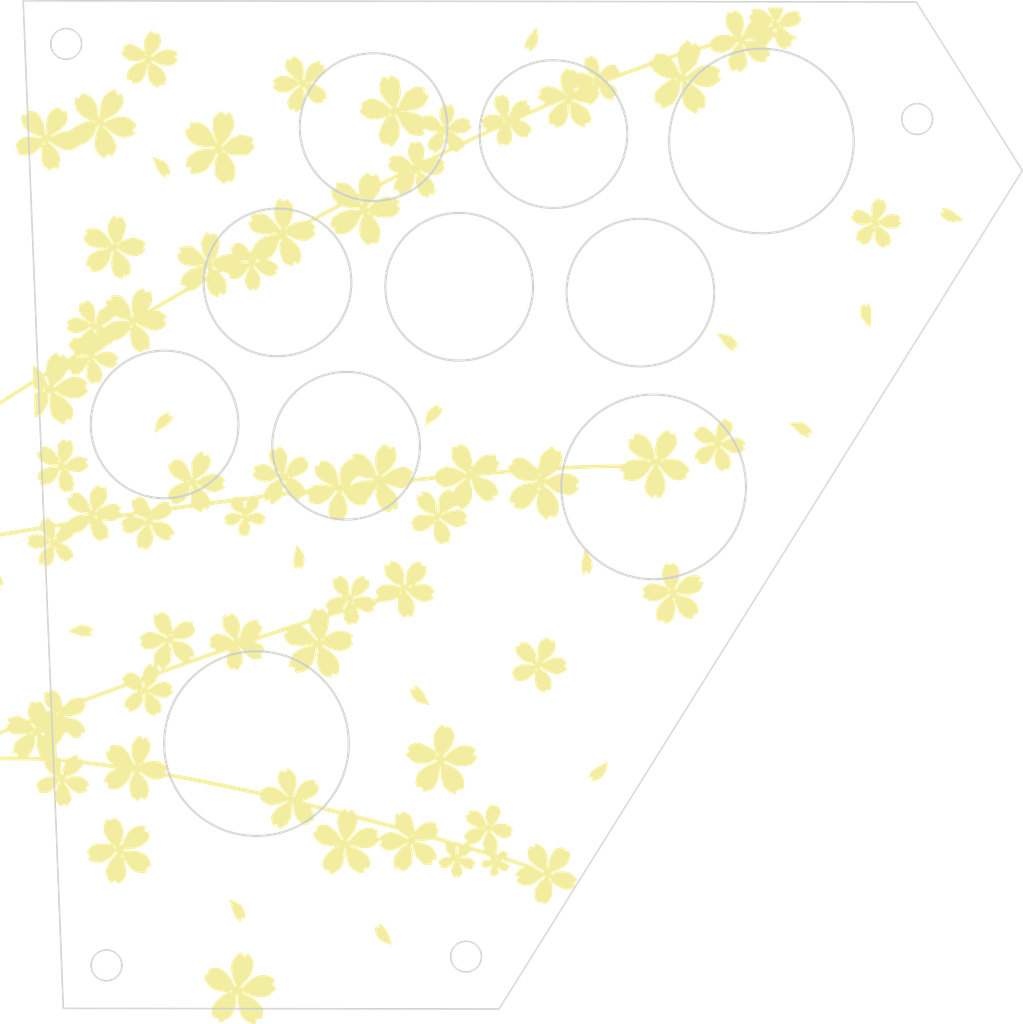
<source format=kicad_pcb>
(kicad_pcb (version 20221018) (generator pcbnew)
  (layers (0 "F.Cu" signal) (31 "B.Cu" signal) (34 "B.Paste" user) (35 "F.Paste" user) (36 "B.SilkS" user "B.Silkscreen") (37 "F.SilkS" user "F.Silkscreen") (38 "B.Mask" user) (39 "F.Mask" user) (44 "Edge.Cuts" user))
  (net 0 "")
  (footprint "LOGO" (layer "F.Cu") (at 145.796569 102.999785)
    (fp_text reference "G***" hide)
    (fp_text value "LOGO" hide)
  )
  (gr_line (start 65.229218 20.487752) (end 71.754585 184.130251) (stroke (width 0.25)) (layer "Edge.Cuts"))
  (gr_circle (center 167.622333 99.438322) (end 159.63275 86.75108) (stroke (width 0.35)) (fill none) (layer "Edge.Cuts"))
  (gr_circle (center 165.472007 67.885833) (end 159.080851 57.736842) (stroke (width 0.35)) (fill none) (layer "Edge.Cuts"))
  (gr_circle (center 210.433114 39.692335) (end 209.101447 37.577683) (stroke (width 0.25)) (fill none) (layer "Edge.Cuts"))
  (gr_line (start 142.522136 184.226525) (end 227.506806 48.046184) (stroke (width 0.25)) (layer "Edge.Cuts"))
  (gr_circle (center 88.198648 89.300447) (end 81.807482 79.151454) (stroke (width 0.35)) (fill none) (layer "Edge.Cuts"))
  (gr_circle (center 151.353929 42.139578) (end 144.962781 31.990591) (stroke (width 0.35)) (fill none) (layer "Edge.Cuts"))
  (gr_circle (center 72.216939 27.494512) (end 70.885263 25.379865) (stroke (width 0.25)) (fill none) (layer "Edge.Cuts"))
  (gr_circle (center 185.13249 43.266101) (end 177.14291 30.578869) (stroke (width 0.35)) (fill none) (layer "Edge.Cuts"))
  (gr_line (start 227.506806 48.046184) (end 210.27659 20.685084) (stroke (width 0.25)) (layer "Edge.Cuts"))
  (gr_circle (center 117.679786 92.753037) (end 111.288626 82.604036) (stroke (width 0.35)) (fill none) (layer "Edge.Cuts"))
  (gr_circle (center 136.043542 66.933453) (end 129.652371 56.784459) (stroke (width 0.35)) (fill none) (layer "Edge.Cuts"))
  (gr_line (start 210.27659 20.685084) (end 65.229218 20.487752) (stroke (width 0.25)) (layer "Edge.Cuts"))
  (gr_circle (center 106.53519 66.225188) (end 100.144036 56.076195) (stroke (width 0.35)) (fill none) (layer "Edge.Cuts"))
  (gr_circle (center 103.119796 141.1314) (end 95.130216 128.44416) (stroke (width 0.35)) (fill none) (layer "Edge.Cuts"))
  (gr_circle (center 137.165218 175.719893) (end 135.833555 173.605241) (stroke (width 0.25)) (fill none) (layer "Edge.Cuts"))
  (gr_circle (center 78.761336 177.142521) (end 77.429669 175.027878) (stroke (width 0.25)) (fill none) (layer "Edge.Cuts"))
  (gr_line (start 71.754585 184.130251) (end 142.522136 184.226525) (stroke (width 0.25)) (layer "Edge.Cuts"))
  (gr_circle (center 122.142486 41.004161) (end 115.751313 30.855167) (stroke (width 0.35)) (fill none) (layer "Edge.Cuts"))
)
</source>
